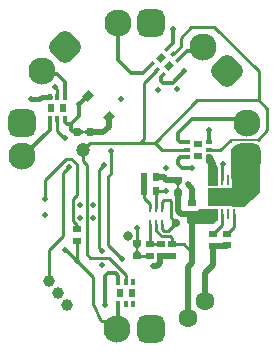
<source format=gbl>
G04*
G04 #@! TF.GenerationSoftware,Altium Limited,Altium Designer,20.0.10 (225)*
G04*
G04 Layer_Physical_Order=4*
G04 Layer_Color=16711680*
%FSLAX25Y25*%
%MOIN*%
G70*
G01*
G75*
%ADD10C,0.01575*%
%ADD12C,0.00787*%
%ADD13C,0.01000*%
%ADD16C,0.06299*%
G04:AMPARAMS|DCode=21|XSize=90.55mil|YSize=90.55mil|CornerRadius=22.64mil|HoleSize=0mil|Usage=FLASHONLY|Rotation=90.000|XOffset=0mil|YOffset=0mil|HoleType=Round|Shape=RoundedRectangle|*
%AMROUNDEDRECTD21*
21,1,0.09055,0.04528,0,0,90.0*
21,1,0.04528,0.09055,0,0,90.0*
1,1,0.04528,0.02264,0.02264*
1,1,0.04528,0.02264,-0.02264*
1,1,0.04528,-0.02264,-0.02264*
1,1,0.04528,-0.02264,0.02264*
%
%ADD21ROUNDEDRECTD21*%
%ADD22C,0.09055*%
G04:AMPARAMS|DCode=23|XSize=90.55mil|YSize=90.55mil|CornerRadius=22.64mil|HoleSize=0mil|Usage=FLASHONLY|Rotation=45.000|XOffset=0mil|YOffset=0mil|HoleType=Round|Shape=RoundedRectangle|*
%AMROUNDEDRECTD23*
21,1,0.09055,0.04528,0,0,45.0*
21,1,0.04528,0.09055,0,0,45.0*
1,1,0.04528,0.03202,0.00000*
1,1,0.04528,0.00000,-0.03202*
1,1,0.04528,-0.03202,0.00000*
1,1,0.04528,0.00000,0.03202*
%
%ADD23ROUNDEDRECTD23*%
G04:AMPARAMS|DCode=24|XSize=90.55mil|YSize=90.55mil|CornerRadius=22.64mil|HoleSize=0mil|Usage=FLASHONLY|Rotation=0.000|XOffset=0mil|YOffset=0mil|HoleType=Round|Shape=RoundedRectangle|*
%AMROUNDEDRECTD24*
21,1,0.09055,0.04528,0,0,0.0*
21,1,0.04528,0.09055,0,0,0.0*
1,1,0.04528,0.02264,-0.02264*
1,1,0.04528,-0.02264,-0.02264*
1,1,0.04528,-0.02264,0.02264*
1,1,0.04528,0.02264,0.02264*
%
%ADD24ROUNDEDRECTD24*%
G04:AMPARAMS|DCode=25|XSize=90.55mil|YSize=90.55mil|CornerRadius=22.64mil|HoleSize=0mil|Usage=FLASHONLY|Rotation=315.000|XOffset=0mil|YOffset=0mil|HoleType=Round|Shape=RoundedRectangle|*
%AMROUNDEDRECTD25*
21,1,0.09055,0.04528,0,0,315.0*
21,1,0.04528,0.09055,0,0,315.0*
1,1,0.04528,0.00000,-0.03202*
1,1,0.04528,-0.03202,0.00000*
1,1,0.04528,0.00000,0.03202*
1,1,0.04528,0.03202,0.00000*
%
%ADD25ROUNDEDRECTD25*%
%ADD26C,0.03150*%
%ADD29R,0.02362X0.02756*%
%ADD30R,0.02756X0.02362*%
%ADD56C,0.01968*%
%ADD57C,0.01378*%
%ADD58C,0.00591*%
%ADD59C,0.01968*%
%ADD60C,0.07874*%
%ADD61C,0.03937*%
%ADD62C,0.02756*%
%ADD63C,0.04724*%
G04:AMPARAMS|DCode=64|XSize=27.56mil|YSize=22.44mil|CornerRadius=0mil|HoleSize=0mil|Usage=FLASHONLY|Rotation=45.000|XOffset=0mil|YOffset=0mil|HoleType=Round|Shape=Rectangle|*
%AMROTATEDRECTD64*
4,1,4,-0.00181,-0.01768,-0.01768,-0.00181,0.00181,0.01768,0.01768,0.00181,-0.00181,-0.01768,0.0*
%
%ADD64ROTATEDRECTD64*%

G04:AMPARAMS|DCode=65|XSize=18.5mil|YSize=13.78mil|CornerRadius=0mil|HoleSize=0mil|Usage=FLASHONLY|Rotation=225.000|XOffset=0mil|YOffset=0mil|HoleType=Round|Shape=Rectangle|*
%AMROTATEDRECTD65*
4,1,4,0.00167,0.01141,0.01141,0.00167,-0.00167,-0.01141,-0.01141,-0.00167,0.00167,0.01141,0.0*
%
%ADD65ROTATEDRECTD65*%

%ADD66R,0.01850X0.01378*%
%ADD67R,0.02756X0.02244*%
%ADD68R,0.02244X0.02756*%
%ADD69R,0.01378X0.01850*%
%ADD70R,0.01968X0.02756*%
%ADD71R,0.02756X0.01968*%
%ADD72R,0.09252X0.06221*%
%ADD73R,0.01024X0.03307*%
G04:AMPARAMS|DCode=74|XSize=23.62mil|YSize=31.5mil|CornerRadius=0mil|HoleSize=0mil|Usage=FLASHONLY|Rotation=315.000|XOffset=0mil|YOffset=0mil|HoleType=Round|Shape=Rectangle|*
%AMROTATEDRECTD74*
4,1,4,-0.01949,-0.00278,0.00278,0.01949,0.01949,0.00278,-0.00278,-0.01949,-0.01949,-0.00278,0.0*
%
%ADD74ROTATEDRECTD74*%

%ADD75R,0.00906X0.02756*%
%ADD76R,0.00591X0.02362*%
%ADD77R,0.00591X0.01575*%
%ADD78R,0.02362X0.00591*%
%ADD79R,0.01575X0.00591*%
G36*
X67527Y44147D02*
X67527Y40899D01*
X67133Y40505D01*
X65941Y39314D01*
X59836D01*
X58068Y39038D01*
X56995Y39801D01*
X56995Y43647D01*
X60495D01*
X61374Y44344D01*
X67330D01*
X67527Y44147D01*
D02*
G37*
G36*
X81460Y65013D02*
Y49716D01*
X76244Y45230D01*
X72209D01*
X71716Y64226D01*
X73052Y65801D01*
X80034D01*
X81460Y65013D01*
D02*
G37*
G36*
X65558Y62540D02*
X66444Y60289D01*
X67428Y57976D01*
Y52366D01*
X67330Y52267D01*
X64475D01*
X64278Y52464D01*
Y59206D01*
X63368Y59994D01*
Y62503D01*
X63700Y62836D01*
X65263D01*
X65558Y62540D01*
D02*
G37*
D10*
X5269Y80958D02*
X7792D01*
X8678Y81844D02*
X11339D01*
X7792Y80958D02*
X8678Y81844D01*
D12*
X71759Y67572D02*
X80747D01*
D13*
X16025Y68164D02*
X16621D01*
X13898Y70291D02*
X16025Y68164D01*
X13898Y70291D02*
Y74482D01*
X40656Y33025D02*
Y38104D01*
X40825Y28863D02*
X44729D01*
X40656Y28694D02*
X40825Y28863D01*
X52169Y32828D02*
X56036D01*
X44729Y32800D02*
X48528D01*
X44945Y33016D02*
Y39423D01*
X44729Y32800D02*
X44945Y33016D01*
X48685Y35486D02*
X51454D01*
X52169Y34771D01*
Y32828D02*
Y34771D01*
X46913Y37258D02*
X48685Y35486D01*
X24908Y28202D02*
X31027D01*
X36690Y22539D01*
Y20554D02*
Y22539D01*
X36719Y20129D02*
Y20524D01*
X36690Y20554D02*
X36719Y20524D01*
X46913Y37258D02*
Y39423D01*
X56036Y32828D02*
X58964Y29901D01*
X41500Y66588D02*
X46482D01*
X24908D02*
X41500D01*
X42779Y67867D01*
Y86382D02*
X47255Y90857D01*
X42779Y67867D02*
Y86382D01*
X52643Y96243D02*
X54992Y98592D01*
X52461Y96063D02*
Y96330D01*
X54992Y98592D02*
Y101505D01*
X58521Y105034D01*
X66309D01*
X81006Y90338D01*
Y80663D02*
Y90338D01*
X13898Y81844D02*
Y84239D01*
X12999Y85138D02*
X13898Y84239D01*
X12999Y85138D02*
Y85272D01*
X48844Y64226D02*
X57119D01*
X46482Y66588D02*
X48844Y64226D01*
X64482D02*
X64670Y64037D01*
X65485D01*
X65492Y64029D01*
X68215D01*
X71759Y67572D01*
X83797Y70623D02*
Y77871D01*
X80747Y67572D02*
X83797Y70623D01*
X28353Y7139D02*
X33091D01*
X50204Y50446D02*
X50302Y50348D01*
X46815Y50446D02*
X50204D01*
X11199Y20441D02*
Y30832D01*
X15853Y35486D01*
X60557Y80663D02*
X81006D01*
X83797Y77871D01*
X50949Y37258D02*
X53606Y39915D01*
X49374Y37258D02*
X50949D01*
X48882Y37750D02*
X49374Y37258D01*
X48882Y37750D02*
Y39423D01*
X51834Y41687D02*
X53606Y39915D01*
X51834Y41687D02*
Y47100D01*
X51599Y47335D02*
X51834Y47100D01*
X49510Y47335D02*
X51599D01*
X48882Y46706D02*
X49510Y47335D01*
X48882Y44935D02*
Y46706D01*
X42878Y48183D02*
Y50446D01*
Y48183D02*
X44945Y46116D01*
Y44935D02*
Y46116D01*
X46815Y50446D02*
X46913Y50348D01*
Y44935D02*
Y50348D01*
X31897Y56296D02*
Y63832D01*
X30673Y55072D02*
X31897Y56296D01*
X30673Y32379D02*
Y55072D01*
Y32379D02*
X35440Y27612D01*
X27720Y57294D02*
X29534Y59108D01*
X27720Y31493D02*
Y57294D01*
Y31493D02*
X28747Y30466D01*
X46482Y66588D02*
X60557Y80663D01*
X22448Y64127D02*
X24908Y66588D01*
X70509Y36273D02*
X72668Y38432D01*
X65952Y36175D02*
X68731Y38954D01*
X72668Y38432D02*
Y42654D01*
X68731Y38954D02*
Y42654D01*
Y53954D02*
Y58934D01*
X69101Y59305D02*
X69298D01*
X68731Y58934D02*
X69101Y59305D01*
X20578Y37651D02*
Y39029D01*
X19298Y40309D02*
X20578Y39029D01*
X19298Y40309D02*
Y47887D01*
X20479Y49068D01*
Y59403D01*
X9751Y47789D02*
Y54249D01*
X16775Y61273D01*
X18609D01*
X20479Y59403D01*
X20578Y27120D02*
Y33714D01*
X23826Y29285D02*
X24908Y28202D01*
X23826Y29285D02*
Y59206D01*
X22448Y60584D02*
X23826Y59206D01*
X20578Y27120D02*
X25893Y21805D01*
X16838Y30860D02*
X20578Y27120D01*
X22448Y60584D02*
Y64127D01*
X15853Y35486D02*
Y56400D01*
X17773Y58320D01*
X25893Y12764D02*
Y21805D01*
Y12764D02*
X28353Y7139D01*
X16641Y30860D02*
X16838D01*
D16*
X63224Y13762D02*
D03*
X57600Y8138D02*
D03*
D21*
X2071Y73255D02*
D03*
X77154Y61864D02*
D03*
D22*
X2071Y62034D02*
D03*
X8668Y90606D02*
D03*
X34061Y106465D02*
D03*
X62476Y98540D02*
D03*
X33790Y4315D02*
D03*
X77154Y73084D02*
D03*
X2071Y73255D02*
D03*
X16602Y98540D02*
D03*
X45282Y106465D02*
D03*
X70410Y90606D02*
D03*
X45010Y4315D02*
D03*
X77154Y61864D02*
D03*
D23*
X16602Y98540D02*
D03*
D24*
X45282Y106465D02*
D03*
X45010Y4315D02*
D03*
D25*
X70410Y90606D02*
D03*
D26*
X57600Y8138D02*
D03*
X63224Y13762D02*
D03*
X37366Y35289D02*
D03*
D29*
X46815Y55269D02*
D03*
X42878D02*
D03*
X46815Y50446D02*
D03*
X42878D02*
D03*
D30*
X70509Y36273D02*
D03*
Y32336D02*
D03*
X65952Y36175D02*
D03*
Y32238D02*
D03*
X20578Y33714D02*
D03*
Y37651D02*
D03*
X44729Y28863D02*
D03*
Y32800D02*
D03*
X48528D02*
D03*
Y28863D02*
D03*
X58964Y42474D02*
D03*
Y46411D02*
D03*
X52169Y28891D02*
D03*
Y32828D02*
D03*
D56*
X24785Y70033D02*
X29141D01*
X50302Y54187D02*
X54154D01*
X49416Y55073D02*
X50302Y54187D01*
X46815Y55269D02*
X47011Y55073D01*
X49416D01*
X45942Y25306D02*
X47313D01*
X48497Y28863D02*
X48528D01*
X48300Y28666D02*
X48497Y28863D01*
X48300Y26293D02*
Y28666D01*
X47313Y25306D02*
X48300Y26293D01*
X52154Y28877D02*
X52169Y28891D01*
X48542Y28877D02*
X52154D01*
X48528Y28863D02*
X48542Y28877D01*
X58964Y46411D02*
Y51234D01*
X57487Y52710D02*
X58964Y51234D01*
X58767Y42671D02*
X58964Y42474D01*
X57600Y42671D02*
X58767D01*
X57590Y42680D02*
X57600Y42671D01*
X55307Y42680D02*
X57590D01*
X54154Y43834D02*
X55307Y42680D01*
X54154Y43834D02*
Y49856D01*
X58964Y29901D02*
Y42474D01*
Y26324D02*
Y29901D01*
X57600Y24961D02*
X58964Y26324D01*
X57600Y8138D02*
Y24961D01*
X61435Y97217D02*
X62234Y98017D01*
X59661Y97217D02*
X61435D01*
X31024Y71917D02*
Y75250D01*
X63224Y13762D02*
Y23143D01*
X42878Y50446D02*
Y55269D01*
X63224Y23143D02*
X65952Y25871D01*
X29141Y70033D02*
X31024Y71917D01*
X65952Y25871D02*
Y32238D01*
X70410D01*
D57*
X55367Y57966D02*
X58928D01*
X20651Y70033D02*
X20848D01*
X19430D02*
X20651D01*
X18622Y70840D02*
X19430Y70033D01*
X18622Y70840D02*
Y72651D01*
X29987Y12454D02*
Y22185D01*
X30794Y22992D02*
X33353D01*
X29987Y22185D02*
X30794Y22992D01*
X34160Y20129D02*
Y22185D01*
X33353Y22992D02*
X34160Y22185D01*
X54008Y59325D02*
Y60860D01*
Y59325D02*
X55367Y57966D01*
X54815Y61667D02*
X57119D01*
X54008Y60860D02*
X54815Y61667D01*
X64482Y66785D02*
Y70820D01*
X54008Y69887D02*
X58682Y74561D01*
X75685Y74553D02*
X77154Y73084D01*
X72516Y74553D02*
X75685D01*
X72509Y74561D02*
X72516Y74553D01*
X58682Y74561D02*
X72509D01*
X52341Y86373D02*
X56306Y90338D01*
X49145Y86373D02*
X52341D01*
X48338Y87180D02*
X49145Y86373D01*
X48338Y87180D02*
Y88321D01*
X49064Y89048D01*
X50651Y97873D02*
X52643Y99864D01*
Y104482D01*
X16457Y81844D02*
Y86803D01*
X8668Y90606D02*
X9959Y89314D01*
X13946D01*
X16457Y86803D01*
X18622Y72651D02*
X21312Y75341D01*
Y79457D01*
X24064Y82209D01*
X16457Y73458D02*
Y74482D01*
Y73458D02*
X17264Y72651D01*
X18622D01*
X34160Y4686D02*
Y12766D01*
X33790Y4315D02*
X34160Y4686D01*
X54008Y67592D02*
Y69887D01*
X54815Y66785D02*
X57119D01*
X54008Y67592D02*
X54815Y66785D01*
X54270Y94253D02*
X57231Y97215D01*
X61151D01*
X62476Y98540D01*
X34061Y94239D02*
Y106465D01*
X38484Y89816D02*
X42595D01*
X34061Y94239D02*
X38484Y89816D01*
X42595D02*
X45445Y92667D01*
X34061Y106465D02*
X35530Y104996D01*
X2071Y62034D02*
X2553D01*
X11339Y70820D01*
Y74482D01*
D58*
X22029Y70033D02*
X23604D01*
X54154Y51234D02*
Y52809D01*
X40656Y30072D02*
Y31647D01*
D59*
X58928Y57966D02*
D03*
X16621Y68164D02*
D03*
X21635Y45722D02*
D03*
X25966D02*
D03*
X21635Y41391D02*
D03*
X25966D02*
D03*
X35440Y27612D02*
D03*
X45942Y25306D02*
D03*
X40656Y38104D02*
D03*
X29987Y12454D02*
D03*
X64482Y70820D02*
D03*
X56306Y90338D02*
D03*
X47352Y84087D02*
D03*
X52643Y104482D02*
D03*
X12999Y85272D02*
D03*
X21312Y79457D02*
D03*
X5269Y80958D02*
D03*
X9948Y42572D02*
D03*
X50302Y50348D02*
D03*
X53747Y84305D02*
D03*
X50007Y58025D02*
D03*
X57487Y52710D02*
D03*
X29534Y59108D02*
D03*
X28747Y30466D02*
D03*
X31897Y63832D02*
D03*
X69298Y59305D02*
D03*
X29141Y70033D02*
D03*
X35145Y80958D02*
D03*
X20578Y27120D02*
D03*
X17773Y58320D02*
D03*
X16641Y30860D02*
D03*
X9751Y47789D02*
D03*
X28747Y25840D02*
D03*
D60*
X2071Y62034D02*
D03*
X8668Y90606D02*
D03*
X34061Y106465D02*
D03*
X62476Y98540D02*
D03*
X33790Y4315D02*
D03*
X77154Y73084D02*
D03*
D61*
X17217Y12454D02*
D03*
X14208Y16447D02*
D03*
X11199Y20441D02*
D03*
D62*
X53606Y39915D02*
D03*
D63*
X22448Y64127D02*
D03*
D64*
X48466Y94852D02*
D03*
X51250Y92068D02*
D03*
D65*
X54270Y94253D02*
D03*
X52461Y96063D02*
D03*
X50651Y97873D02*
D03*
X45445Y92667D02*
D03*
X47255Y90857D02*
D03*
X49064Y89048D02*
D03*
D66*
X64482Y66785D02*
D03*
Y64226D02*
D03*
Y61667D02*
D03*
X57119D02*
D03*
Y64226D02*
D03*
Y66785D02*
D03*
D67*
X60800Y66194D02*
D03*
Y62257D02*
D03*
D68*
X38688Y16447D02*
D03*
X34751D02*
D03*
X15867Y78163D02*
D03*
X11930D02*
D03*
D69*
X34160Y12766D02*
D03*
X36719D02*
D03*
X39278D02*
D03*
Y20129D02*
D03*
X36719D02*
D03*
X34160D02*
D03*
X16457Y74482D02*
D03*
X13898D02*
D03*
X11339D02*
D03*
Y81844D02*
D03*
X13898D02*
D03*
X16457D02*
D03*
D70*
X24982Y70033D02*
D03*
X20651D02*
D03*
D71*
X54154Y49856D02*
D03*
Y54187D02*
D03*
X40656Y28694D02*
D03*
Y33025D02*
D03*
D72*
X68731Y48304D02*
D03*
D73*
X64794Y42654D02*
D03*
X66762D02*
D03*
X68731D02*
D03*
X70699D02*
D03*
X72668D02*
D03*
Y53954D02*
D03*
X70699D02*
D03*
X68731D02*
D03*
X66762D02*
D03*
X64794D02*
D03*
D74*
X31024Y75250D02*
D03*
X24064Y82209D02*
D03*
D75*
X48882Y39423D02*
D03*
X46913D02*
D03*
X44945D02*
D03*
X48882Y44935D02*
D03*
X46913D02*
D03*
X44945D02*
D03*
D76*
X23997Y70033D02*
D03*
X21635D02*
D03*
D77*
X23603D02*
D03*
X22029D02*
D03*
D78*
X54154Y50840D02*
D03*
X54154Y53202D02*
D03*
X40656Y29679D02*
D03*
X40656Y32041D02*
D03*
D79*
X54154Y51234D02*
D03*
X54154Y52808D02*
D03*
X40656Y30073D02*
D03*
X40656Y31647D02*
D03*
M02*

</source>
